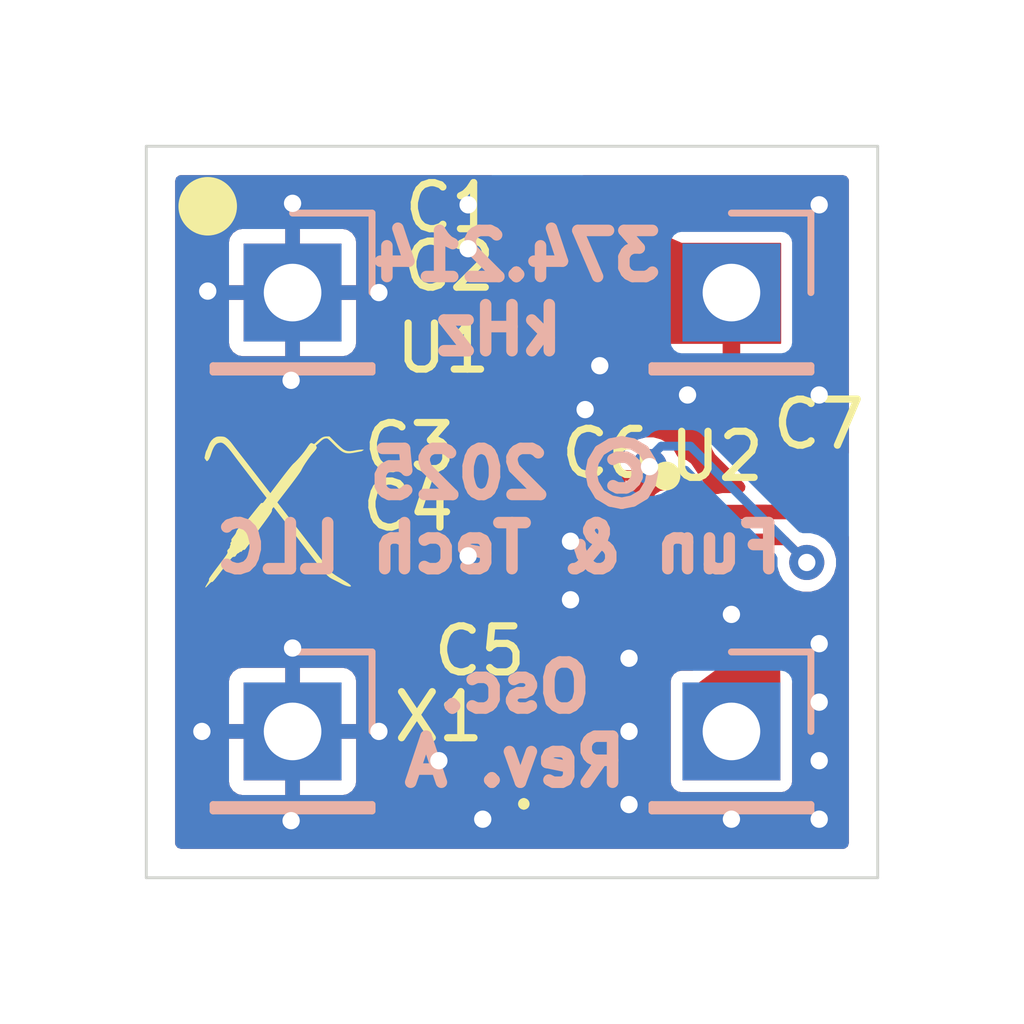
<source format=kicad_pcb>
(kicad_pcb (version 20241229) (generator "pcbnew") (generator_version "9.0")
  (layers (0 "F.Cu" signal) (2 "B.Cu" signal) (13 "F.Paste" user) (15 "B.Paste" user) (5 "F.SilkS" user "F.Silkscreen") (7 "B.SilkS" user "B.Silkscreen") (1 "F.Mask" user) (3 "B.Mask" user) (25 "Edge.Cuts" user))
  (net 0 "")
  (net 1 "GND")
  (net 2 "3V3")
  (net 3 "/CLK5V")
  (net 4 "5V")
  (net 6 "/CLK3V3")
  (footprint "Capacitor_SMD:C_0201_0603Metric" (layer "F.Cu") (at 133.03 84.836 180)
    (property "Reference" "C4" (at 1.4834 -0.1524 0) (layer "F.SilkS") (effects (font (size 0.8001 0.8001) (thickness 0.125))))
    (property "Value" "1uF" (hide yes))
    (pad "1" smd roundrect (at -0.32 0 180) (size 0.46 0.4) (layers "F.Cu" "F.Mask") (net 2 "3V3"))
    (pad "2" smd roundrect (at 0.32 0 180) (size 0.46 0.4) (layers "F.Cu" "F.Mask") (net 1 "GND"))
  )
  (footprint "Capacitor_SMD:C_0201_0603Metric" (layer "F.Cu") (at 138.676 84.828 90)
    (property "Reference" "C7" (at 1.262 0 180) (layer "F.SilkS") (effects (font (size 0.8001 0.8001) (thickness 0.125))))
    (property "Value" "100nF" (hide yes))
    (pad "1" smd roundrect (at -0.32 0 90) (size 0.46 0.4) (layers "F.Cu" "F.Mask") (net 4 "5V"))
    (pad "2" smd roundrect (at 0.32 0 90) (size 0.46 0.4) (layers "F.Cu" "F.Mask") (net 1 "GND"))
  )
  (footprint "SamacSys_Parts:SON50P100X145X50-6N" (layer "F.Cu") (at 136.898 85.59)
    (property "Reference" "U2" (at 0.008 -1.4652 0) (layer "F.SilkS") (effects (font (size 0.8001 0.8001) (thickness 0.125))))
    (property "Value" "NXU0101GMX" (hide yes))
    (fp_circle (center -0.875 -1.125) (end -0.875 -1) (stroke (width 0.25)) (fill no) (layer "F.SilkS"))
    (pad "1" smd rect (at -0.5 -0.5 90) (size 0.25 0.75) (layers "F.Cu" "F.Mask" "F.Paste") (net 2 "3V3"))
    (pad "2" smd rect (at -0.5 0 90) (size 0.25 0.75) (layers "F.Cu" "F.Mask" "F.Paste") (net 1 "GND"))
    (pad "3" smd rect (at -0.5 0.5 90) (size 0.25 0.75) (layers "F.Cu" "F.Mask" "F.Paste") (net 6 "/CLK3V3"))
    (pad "4" smd rect (at 0.5 0.5 90) (size 0.25 0.75) (layers "F.Cu" "F.Mask" "F.Paste") (net 3 "/CLK5V"))
    (pad "5" smd rect (at 0.5 0 90) (size 0.25 0.75) (layers "F.Cu" "F.Mask" "F.Paste") (net 2 "3V3"))
    (pad "6" smd rect (at 0.5 -0.5 90) (size 0.25 0.75) (layers "F.Cu" "F.Mask" "F.Paste") (net 4 "5V"))
  )
  (footprint "Capacitor_SMD:C_0201_0603Metric" (layer "F.Cu") (at 132.842 86.614 180)
    (property "Reference" "C5" (at 0.0508 -0.889 180) (layer "F.SilkS") (effects (font (size 0.8001 0.8001) (thickness 0.125))))
    (property "Value" "10nF" (hide yes))
    (pad "1" smd roundrect (at -0.32 0 180) (size 0.46 0.4) (layers "F.Cu" "F.Mask") (net 2 "3V3"))
    (pad "2" smd roundrect (at 0.32 0 180) (size 0.46 0.4) (layers "F.Cu" "F.Mask") (net 1 "GND"))
  )
  (footprint "Capacitor_SMD:C_0201_0603Metric" (layer "F.Cu") (at 135.12 85.336 -90)
    (property "Reference" "C6" (at -1.262 0.119 0) (layer "F.SilkS") (effects (font (size 0.8001 0.8001) (thickness 0.125))))
    (property "Value" "100nF" (hide yes))
    (pad "1" smd roundrect (at -0.32 0 270) (size 0.46 0.4) (layers "F.Cu" "F.Mask") (net 2 "3V3"))
    (pad "2" smd roundrect (at 0.32 0 270) (size 0.46 0.4) (layers "F.Cu" "F.Mask") (net 1 "GND"))
  )
  (footprint "TLV773:X2SON_DQN4_TEX" (layer "F.Cu") (at 133.604 82.296 90)
    (property "Reference" "U1" (at 0.0508 -1.4478 0) (layer "F.SilkS") (effects (font (size 0.8001 0.8001) (thickness 0.125))))
    (property "Value" "TLV77333PDQNR" (hide yes))
    (pad "1" smd custom (at -0.5 -0.325001 90) (size 0.0508 0.0508) (layers "F.Cu" "F.Mask" "F.Paste") (net 2 "3V3") (thermal_bridge_width 2.54) (options (clearance outline) (anchor rect)) (primitives (gr_poly (pts (xy 0.374801 -0.1524) (xy -0.234799 -0.1524) (xy -0.234799 0.1524) (xy 0.070001 0.1524) (xy 0.374801 -0.127)) (width 0) (fill yes))))
    (pad "2" smd custom (at -0.429999 0.325001 90) (size 0.0508 0.0508) (layers "F.Cu" "F.Mask" "F.Paste") (net 1 "GND") (options (clearance outline) (anchor rect)) (primitives (gr_poly (pts (xy 0.3048 0.1524) (xy -0.3048 0.1524) (xy -0.3048 -0.1524) (xy 0 -0.1524) (xy 0.3048 0.127)) (width 0) (fill yes))))
    (pad "3" smd custom (at 0.429999 0.325001 90) (size 0.0508 0.0508) (layers "F.Cu" "F.Mask" "F.Paste") (net 4 "5V") (thermal_bridge_width 0.508) (thermal_gap 0.254) (options (clearance outline) (anchor rect)) (primitives (gr_poly (pts (xy -0.3048 0.1524) (xy 0.3048 0.1524) (xy 0.3048 -0.1524) (xy 0 -0.1524) (xy -0.3048 0.127)) (width 0) (fill yes))))
    (pad "4" smd custom (at 0.429999 -0.325001 90) (size 0.0508 0.0508) (layers "F.Cu" "F.Mask" "F.Paste") (net 4 "5V") (options (clearance outline) (anchor rect)) (primitives (gr_poly (pts (xy -0.3048 -0.1524) (xy 0.3048 -0.1524) (xy 0.3048 0.1524) (xy 0 0.1524) (xy -0.3048 -0.127)) (width 0) (fill yes))))
    (pad "5" smd rect (at 0 0 135) (size 0.4826 0.4826) (layers "F.Cu" "F.Mask") (net 1 "GND"))
  )
  (footprint "Capacitor_SMD:C_0201_0603Metric" (layer "F.Cu") (at 133.767 80.518 180)
    (property "Reference" "C2" (at 1.5092 -0.3048 0) (layer "F.SilkS") (effects (font (size 0.8001 0.8001) (thickness 0.125))))
    (property "Value" "1uF" (hide yes))
    (pad "1" smd roundrect (at -0.32 0 180) (size 0.46 0.4) (layers "F.Cu" "F.Mask") (net 4 "5V"))
    (pad "2" smd roundrect (at 0.32 0 180) (size 0.46 0.4) (layers "F.Cu" "F.Mask") (net 1 "GND"))
  )
  (footprint "Capacitor_SMD:C_0201_0603Metric" (layer "F.Cu") (at 133.767 79.756 180)
    (property "Reference" "C1" (at 1.4838 -0.0508 0) (layer "F.SilkS") (effects (font (size 0.8001 0.8001) (thickness 0.125))))
    (property "Value" "1uF" (hide yes))
    (pad "1" smd roundrect (at -0.32 0 180) (size 0.46 0.4) (layers "F.Cu" "F.Mask") (net 4 "5V"))
    (pad "2" smd roundrect (at 0.32 0 180) (size 0.46 0.4) (layers "F.Cu" "F.Mask") (net 1 "GND"))
  )
  (footprint "SamacSys_Parts:CSP_1508_4pins" (layer "F.Cu") (at 133.35 88.908 90)
    (property "Reference" "X1" (at 0.262 -1.27 180) (layer "F.SilkS") (effects (font (size 0.8001 0.8001) (thickness 0.125))))
    (property "Value" "SIT1579AC-J3-33E-0374.214000" (hide yes))
    (fp_line (start -1.2 0.205) (end -1.2 0.205) (stroke (width 0.1)) (layer "F.SilkS"))
    (fp_line (start -1.3 0.205) (end -1.3 0.205) (stroke (width 0.1)) (layer "F.SilkS"))
    (fp_arc (start -1.2 0.205) (mid -1.25 0.255) (end -1.3 0.205) (stroke (width 0.1)) (layer "F.SilkS"))
    (fp_arc (start -1.3 0.205) (mid -1.25 0.155) (end -1.2 0.205) (stroke (width 0.1)) (layer "F.SilkS"))
    (pad "1" smd circle (at -0.5 0.205 180) (size 0.25 0.25) (layers "F.Cu" "F.Mask" "F.Paste"))
    (pad "2" smd circle (at 0.5 0.205 180) (size 0.25 0.25) (layers "F.Cu" "F.Mask" "F.Paste") (net 6 "/CLK3V3"))
    (pad "3" smd circle (at 0.5 -0.205 180) (size 0.25 0.25) (layers "F.Cu" "F.Mask" "F.Paste") (net 2 "3V3"))
    (pad "4" smd circle (at -0.5 -0.205 180) (size 0.25 0.25) (layers "F.Cu" "F.Mask" "F.Paste") (net 1 "GND"))
  )
  (footprint "Capacitor_SMD:C_0201_0603Metric" (layer "F.Cu") (at 133.03 84.074 180)
    (property "Reference" "C3" (at 1.458 0.1016 0) (layer "F.SilkS") (effects (font (size 0.8001 0.8001) (thickness 0.125))))
    (property "Value" "1uF" (hide yes))
    (pad "1" smd roundrect (at -0.32 0 180) (size 0.46 0.4) (layers "F.Cu" "F.Mask") (net 2 "3V3"))
    (pad "2" smd roundrect (at 0.32 0 180) (size 0.46 0.4) (layers "F.Cu" "F.Mask") (net 1 "GND"))
  )
  (footprint "logo:logo_3mm" (layer "F.Cu") (at 129.286 85.09)
    (property "Reference" "G***" (hide yes))
    (property "Value" "LOGO" (hide yes))
    (fp_poly (pts (xy 0.997376 -1.210122) (xy 1.031013 -1.177398) (xy 1.064144 -1.146518) (xy 1.094552 -1.119451) (xy 1.120017 -1.098163) (xy 1.138322 -1.084622) (xy 1.140077 -1.083524) (xy 1.174442 -1.066912) (xy 1.211514 -1.058017) (xy 1.253898 -1.056646) (xy 1.304201 -1.062607) (xy 1.336699 -1.069055) (xy 1.371821 -1.075645) (xy 1.408154 -1.080601) (xy 1.439439 -1.083121) (xy 1.447828 -1.08328) (xy 1.4933 -1.083049) (xy 1.476794 -1.069301) (xy 1.459957 -1.058395) (xy 1.445539 -1.052971) (xy 1.433155 -1.050673) (xy 1.410399 -1.046335) (xy 1.380536 -1.040583) (xy 1.347442 -1.034163) (xy 1.294782 -1.024813) (xy 1.249747 -1.019514) (xy 1.210385 -1.019034) (xy 1.174745 -1.024136) (xy 1.140876 -1.035587) (xy 1.106826 -1.054152) (xy 1.070644 -1.080598) (xy 1.030378 -1.115689) (xy 0.984077 -1.160192) (xy 0.956858 -1.187417) (xy 0.924676 -1.219674) (xy 0.900431 -1.243261) (xy 0.882428 -1.259515) (xy 0.868972 -1.269773) (xy 0.858367 -1.275372) (xy 0.848918 -1.277652) (xy 0.842042 -1.277988) (xy 0.818715 -1.2762) (xy 0.797897 -1.26968) (xy 0.776225 -1.256691) (xy 0.750336 -1.235498) (xy 0.737984 -1.224277) (xy 0.715072 -1.203436) (xy 0.693421 -1.184349) (xy 0.677007 -1.170507) (xy 0.674439 -1.16847) (xy 0.661671 -1.157608) (xy 0.658837 -1.150178) (xy 0.664578 -1.14152) (xy 0.666094 -1.139828) (xy 0.672921 -1.129195) (xy 0.674019 -1.117) (xy 0.668548 -1.101603) (xy 0.655666 -1.081363) (xy 0.634534 -1.05464) (xy 0.605035 -1.020606) (xy 0.575435 -0.98505) (xy 0.542826 -0.942171) (xy 0.509196 -0.894932) (xy 0.476533 -0.846297) (xy 0.446824 -0.799229) (xy 0.422059 -0.756693) (xy 0.404224 -0.721651) (xy 0.403667 -0.720411) (xy 0.396085 -0.707407) (xy 0.380859 -0.684706) (xy 0.358901 -0.653556) (xy 0.331121 -0.615206) (xy 0.29843 -0.570902) (xy 0.26174 -0.521893) (xy 0.221962 -0.469426) (xy 0.188455 -0.425706) (xy -0.010563 -0.167273) (xy 0.44544 0.425128) (xy 0.507419 0.505583) (xy 0.567406 0.583333) (xy 0.624813 0.65762) (xy 0.67905 0.727689) (xy 0.72953 0.792782) (xy 0.775663 0.852143) (xy 0.816861 0.905015) (xy 0.852534 0.950641) (xy 0.882095 0.988264) (xy 0.904953 1.017128) (xy 0.920521 1.036477) (xy 0.928156 1.045497) (xy 0.943512 1.058931) (xy 0.968044 1.07733) (xy 0.998911 1.098693) (xy 1.033272 1.121018) (xy 1.050444 1.131654) (xy 1.107852 1.166746) (xy 1.154383 1.195577) (xy 1.191133 1.218935) (xy 1.219198 1.237607) (xy 1.239671 1.25238) (xy 1.253649 1.26404) (xy 1.262227 1.273373) (xy 1.266499 1.281168) (xy 1.267568 1.287637) (xy 1.261691 1.294084) (xy 1.245599 1.295119) (xy 1.221603 1.29134) (xy 1.192013 1.283342) (xy 1.159139 1.271724) (xy 1.125292 1.25708) (xy 1.100874 1.244591) (xy 1.074164 1.230215) (xy 1.04052 1.212594) (xy 1.005474 1.19461) (xy 0.989745 1.186679) (xy 0.968278 1.175996) (xy 0.949052 1.166316) (xy 0.931459 1.156961) (xy 0.914893 1.147255) (xy 0.898747 1.136522) (xy 0.882415 1.124085) (xy 0.86529 1.109269) (xy 0.846765 1.091398) (xy 0.826234 1.069793) (xy 0.803091 1.043781) (xy 0.776728 1.012684) (xy 0.74654 0.975825) (xy 0.711919 0.93253) (xy 0.672259 0.882121) (xy 0.626953 0.823922) (xy 0.575395 0.757256) (xy 0.516978 0.681449) (xy 0.451095 0.595822) (xy 0.398814 0.527864) (xy 0.338996 0.45014) (xy 0.281197 0.375069) (xy 0.226026 0.303443) (xy 0.174094 0.236052) (xy 0.126012 0.173688) (xy 0.082391 0.117142) (xy 0.04384 0.067205) (xy 0.010971 0.024669) (xy -0.015607 -0.009675) (xy -0.035282 -0.035036) (xy -0.047445 -0.050623) (xy -0.050761 -0.054804) (xy -0.075459 -0.085299) (xy -0.091627 -0.065223) (xy -0.10333 -0.044771) (xy -0.103847 -0.02671) (xy -0.103726 -0.019957) (xy -0.106442 -0.01076) (xy -0.112794 0.002137) (xy -0.123579 0.019986) (xy -0.139595 0.044041) (xy -0.16164 0.075554) (xy -0.190513 0.115781) (xy -0.223253 0.160821) (xy -0.255826 0.205262) (xy -0.287235 0.247721) (xy -0.316142 0.286421) (xy -0.341214 0.319586) (xy -0.361113 0.345441) (xy -0.374504 0.362211) (xy -0.376462 0.364524) (xy -0.393799 0.386375) (xy -0.402994 0.403682) (xy -0.406294 0.421122) (xy -0.40647 0.427034) (xy -0.41233 0.46534) (xy -0.42817 0.499481) (xy -0.45203 0.526293) (xy -0.477145 0.540957) (xy -0.49081 0.550684) (xy -0.509331 0.570402) (xy -0.530765 0.597987) (xy -0.535444 0.604567) (xy -0.554361 0.630841) (xy -0.567858 0.647291) (xy -0.577945 0.655831) (xy -0.586633 0.658373) (xy -0.591544 0.657907) (xy -0.6057 0.65896) (xy -0.617152 0.670384) (xy -0.61981 0.674648) (xy -0.631322 0.688695) (xy -0.643329 0.690772) (xy -0.644579 0.690415) (xy -0.659347 0.692274) (xy -0.667455 0.700365) (xy -0.681332 0.712391) (xy -0.69278 0.716656) (xy -0.707577 0.725169) (xy -0.722822 0.745431) (xy -0.724494 0.748387) (xy -0.735748 0.766548) (xy -0.746256 0.775324) (xy -0.760747 0.778095) (xy -0.766272 0.778258) (xy -0.772819 0.778584) (xy -0.779092 0.780041) (xy -0.78598 0.783634) (xy -0.794372 0.790368) (xy -0.805157 0.801249) (xy -0.819222 0.817281) (xy -0.837457 0.839469) (xy -0.86075 0.86882) (xy -0.88999 0.906338) (xy -0.926066 0.953028) (xy -0.961964 0.999634) (xy -1.005773 1.056367) (xy -1.041991 1.102848) (xy -1.071351 1.139942) (xy -1.094584 1.168519) (xy -1.112424 1.189446) (xy -1.125602 1.203592) (xy -1.134852 1.211823) (xy -1.140906 1.215007) (xy -1.143546 1.214746) (xy -1.151205 1.214293) (xy -1.162344 1.220534) (xy -1.178694 1.23478) (xy -1.201985 1.258342) (xy -1.2043 1.260775) (xy -1.227048 1.28465) (xy -1.242116 1.300016) (xy -1.251394 1.308439) (xy -1.256768 1.311482) (xy -1.260125 1.310711) (xy -1.262228 1.308797) (xy -1.260438 1.301657) (xy -1.252533 1.285418) (xy -1.239869 1.262692) (xy -1.227902 1.242698) (xy -1.21041 1.213381) (xy -1.199969 1.193319) (xy -1.195684 1.18037) (xy -1.196661 1.172396) (xy -1.197801 1.170708) (xy -1.198484 1.166305) (xy -1.19551 1.158011) (xy -1.188239 1.144894) (xy -1.17603 1.126024) (xy -1.158241 1.100468) (xy -1.134231 1.067295) (xy -1.103359 1.025575) (xy -1.064983 0.974375) (xy -1.038261 0.938943) (xy -0.996429 0.883543) (xy -0.96224 0.838102) (xy -0.934961 0.801496) (xy -0.913859 0.772604) (xy -0.8982 0.750301) (xy -0.88725 0.733467) (xy -0.880277 0.720976) (xy -0.876546 0.711708) (xy -0.875325 0.704539) (xy -0.875879 0.698346) (xy -0.877323 0.692562) (xy -0.880496 0.677398) (xy -0.87838 0.666132) (xy -0.869064 0.653822) (xy -0.858072 0.642751) (xy -0.841078 0.623367) (xy -0.834784 0.60806) (xy -0.835068 0.601712) (xy -0.833014 0.585108) (xy -0.82723 0.577068) (xy -0.82018 0.566574) (xy -0.823794 0.554262) (xy -0.827066 0.541925) (xy -0.820687 0.529561) (xy -0.816107 0.524391) (xy -0.806155 0.51081) (xy -0.806288 0.499164) (xy -0.808513 0.494348) (xy -0.810842 0.486481) (xy -0.808625 0.476881) (xy -0.800576 0.463152) (xy -0.785412 0.442898) (xy -0.77184 0.425973) (xy -0.745946 0.391764) (xy -0.729838 0.364677) (xy -0.722657 0.343806) (xy -0.712721 0.319135) (xy -0.693828 0.293606) (xy -0.669948 0.27135) (xy -0.645052 0.256497) (xy -0.635936 0.253605) (xy -0.61512 0.243432) (xy -0.595495 0.224243) (xy -0.59541 0.224132) (xy -0.577537 0.201024) (xy -0.554362 0.17143) (xy -0.527082 0.136848) (xy -0.496898 0.098776) (xy -0.465008 0.058709) (xy -0.432611 0.018146) (xy -0.400906 -0.021416) (xy -0.371093 -0.05848) (xy -0.344371 -0.091549) (xy -0.321938 -0.119125) (xy -0.304994 -0.139711) (xy -0.294738 -0.151809) (xy -0.29228 -0.154381) (xy -0.279637 -0.156961) (xy -0.273384 -0.155893) (xy -0.263903 -0.158294) (xy -0.250318 -0.170994) (xy -0.231591 -0.194986) (xy -0.229395 -0.198046) (xy -0.19679 -0.243737) (xy -0.216217 -0.269462) (xy -0.224183 -0.279901) (xy -0.239744 -0.300192) (xy -0.262015 -0.329184) (xy -0.290111 -0.365726) (xy -0.323147 -0.408668) (xy -0.360238 -0.45686) (xy -0.400499 -0.509151) (xy -0.443044 -0.564389) (xy -0.455037 -0.579956) (xy -0.501198 -0.63996) (xy -0.547845 -0.700755) (xy -0.593686 -0.760647) (xy -0.637431 -0.817945) (xy -0.677788 -0.870954) (xy -0.713466 -0.917982) (xy -0.743175 -0.957336) (xy -0.764844 -0.986273) (xy -0.812163 -1.048406) (xy -0.853343 -1.099121) (xy -0.889101 -1.139085) (xy -0.920154 -1.168959) (xy -0.947221 -1.189409) (xy -0.971018 -1.201099) (xy -0.992264 -1.204692) (xy -1.000165 -1.204018) (xy -1.027598 -1.199056) (xy -1.04619 -1.193565) (xy -1.060906 -1.18549) (xy -1.076712 -1.172778) (xy -1.07764 -1.171967) (xy -1.098625 -1.147533) (xy -1.11968 -1.111939) (xy -1.139443 -1.067843) (xy -1.156555 -1.017901) (xy -1.156664 -1.017528) (xy -1.172936 -0.968857) (xy -1.19002 -0.929943) (xy -1.207285 -0.901871) (xy -1.224096 -0.885723) (xy -1.23576 -0.882089) (xy -1.241506 -0.887355) (xy -1.251719 -0.90071) (xy -1.25754 -0.909212) (xy -1.275489 -0.936336) (xy -1.263521 -0.996599) (xy -1.257037 -1.024933) (xy -1.250044 -1.048626) (xy -1.243725 -1.063877) (xy -1.24173 -1.066686) (xy -1.23489 -1.077751) (xy -1.225755 -1.098062) (xy -1.216106 -1.123587) (xy -1.214457 -1.128409) (xy -1.18858 -1.190246) (xy -1.156702 -1.239819) (xy -1.118934 -1.276994) (xy -1.075391 -1.301638) (xy -1.0635 -1.305863) (xy -1.03927 -1.310321) (xy -1.006416 -1.311927) (xy -0.98221 -1.31125) (xy -0.951667 -1.308664) (xy -0.929982 -1.304212) (xy -0.912129 -1.296492) (xy -0.898413 -1.287837) (xy -0.874474 -1.270077) (xy -0.852391 -1.250421) (xy -0.829828 -1.226389) (xy -0.80445 -1.1955) (xy -0.774933 -1.156633) (xy -0.753216 -1.127768) (xy -0.725619 -1.091697) (xy -0.694945 -1.052053) (xy -0.664 -1.012469) (xy -0.647254 -0.991248) (xy -0.627087 -0.965635) (xy -0.599674 -0.93057) (xy -0.566229 -0.887622) (xy -0.527968 -0.838355) (xy -0.486105 -0.784336) (xy -0.441856 -0.727132) (xy -0.396435 -0.668309) (xy -0.351081 -0.609462) (xy -0.308975 -0.554848) (xy -0.269484 -0.503768) (xy -0.233405 -0.457242) (xy -0.201535 -0.416292) (xy -0.174671 -0.381938) (xy -0.15361 -0.3552) (xy -0.139147 -0.3371) (xy -0.13208 -0.328657) (xy -0.131506 -0.328166) (xy -0.1271 -0.33389) (xy -0.115169 -0.349549) (xy -0.096577 -0.374003) (xy -0.072187 -0.406116) (xy -0.042865 -0.444749) (xy -0.009474 -0.488765) (xy 0.027123 -0.537026) (xy 0.051658 -0.569391) (xy 0.092717 -0.623186) (xy 0.131815 -0.673697) (xy 0.167959 -0.719688) (xy 0.200156 -0.759923) (xy 0.227414 -0.793164) (xy 0.248738 -0.818177) (xy 0.263135 -0.833724) (xy 0.266468 -0.836796) (xy 0.298585 -0.866233) (xy 0.335764 -0.904357) (xy 0.375465 -0.948228) (xy 0.415154 -0.994903) (xy 0.45229 -1.041442) (xy 0.484339 -1.084902) (xy 0.498289 -1.105523) (xy 0.523014 -1.142765) (xy 0.542257 -1.169298) (xy 0.557543 -1.186404) (xy 0.570398 -1.195367) (xy 0.58235 -1.19747) (xy 0.594924 -1.193998) (xy 0.600385 -1.191379) (xy 0.616244 -1.184056) (xy 0.626731 -1.180763) (xy 0.627075 -1.180749) (xy 0.634358 -1.185215) (xy 0.649382 -1.197317) (xy 0.669828 -1.215113) (xy 0.689385 -1.232937) (xy 0.726126 -1.265207) (xy 0.757424 -1.28785) (xy 0.786212 -1.302318) (xy 0.815423 -1.310067) (xy 0.84799 -1.31255) (xy 0.849984 -1.312563) (xy 0.894281 -1.312715)) (fill yes) (layer "F.SilkS"))
  )
  (footprint "Connector_PinHeader_2.54mm:PinHeader_1x01_P2.54mm_Vertical" (layer "B.Cu") (at 137.16 88.9 180)
    (property "Reference" "P5" (hide yes))
    (property "Value" "Conn_01x01_Pin" (hide yes))
    (fp_line (start 1.38 -1.27) (end 1.38 -1.38) (stroke (width 0.12)) (layer "B.SilkS"))
    (fp_line (start -1.38 1.38) (end 0 1.38) (stroke (width 0.12)) (layer "B.SilkS"))
    (fp_line (start -1.38 0) (end -1.38 1.38) (stroke (width 0.12)) (layer "B.SilkS"))
    (fp_line (start -1.38 -1.27) (end 1.38 -1.27) (stroke (width 0.12)) (layer "B.SilkS"))
    (fp_line (start -1.38 -1.27) (end -1.38 -1.38) (stroke (width 0.12)) (layer "B.SilkS"))
    (fp_line (start -1.38 -1.38) (end 1.38 -1.38) (stroke (width 0.12)) (layer "B.SilkS"))
    (pad "1" thru_hole rect (at 0 0 180) (size 1.7 1.7) (drill 1) (layers "*.Cu" "*.Mask") (net 3 "/CLK5V"))
  )
  (footprint "Connector_PinHeader_2.54mm:PinHeader_1x01_P2.54mm_Vertical" (layer "B.Cu") (at 137.16 81.28 180)
    (property "Reference" "P8" (hide yes))
    (property "Value" "Conn_01x01_Pin" (hide yes))
    (fp_line (start 1.38 -1.27) (end 1.38 -1.38) (stroke (width 0.12)) (layer "B.SilkS"))
    (fp_line (start -1.38 1.38) (end 0 1.38) (stroke (width 0.12)) (layer "B.SilkS"))
    (fp_line (start -1.38 0) (end -1.38 1.38) (stroke (width 0.12)) (layer "B.SilkS"))
    (fp_line (start -1.38 -1.27) (end 1.38 -1.27) (stroke (width 0.12)) (layer "B.SilkS"))
    (fp_line (start -1.38 -1.27) (end -1.38 -1.38) (stroke (width 0.12)) (layer "B.SilkS"))
    (fp_line (start -1.38 -1.38) (end 1.38 -1.38) (stroke (width 0.12)) (layer "B.SilkS"))
    (pad "1" thru_hole rect (at 0 0 180) (size 1.7 1.7) (drill 1) (layers "*.Cu" "*.Mask") (net 4 "5V"))
  )
  (footprint "Connector_PinHeader_2.54mm:PinHeader_1x01_P2.54mm_Vertical" (layer "B.Cu") (at 129.54 88.9 180)
    (property "Reference" "P4" (hide yes))
    (property "Value" "Conn_01x01_Pin" (hide yes))
    (fp_line (start 1.38 -1.27) (end 1.38 -1.38) (stroke (width 0.12)) (layer "B.SilkS"))
    (fp_line (start -1.38 1.38) (end 0 1.38) (stroke (width 0.12)) (layer "B.SilkS"))
    (fp_line (start -1.38 0) (end -1.38 1.38) (stroke (width 0.12)) (layer "B.SilkS"))
    (fp_line (start -1.38 -1.27) (end 1.38 -1.27) (stroke (width 0.12)) (layer "B.SilkS"))
    (fp_line (start -1.38 -1.27) (end -1.38 -1.38) (stroke (width 0.12)) (layer "B.SilkS"))
    (fp_line (start -1.38 -1.38) (end 1.38 -1.38) (stroke (width 0.12)) (layer "B.SilkS"))
    (pad "1" thru_hole rect (at 0 0 180) (size 1.7 1.7) (drill 1) (layers "*.Cu" "*.Mask") (net 1 "GND"))
  )
  (footprint "Connector_PinHeader_2.54mm:PinHeader_1x01_P2.54mm_Vertical" (layer "B.Cu") (at 129.54 81.28 180)
    (property "Reference" "P1" (hide yes))
    (property "Value" "Conn_01x01_Pin" (hide yes))
    (fp_line (start 1.38 -1.27) (end 1.38 -1.38) (stroke (width 0.12)) (layer "B.SilkS"))
    (fp_line (start -1.38 1.38) (end 0 1.38) (stroke (width 0.12)) (layer "B.SilkS"))
    (fp_line (start -1.38 0) (end -1.38 1.38) (stroke (width 0.12)) (layer "B.SilkS"))
    (fp_line (start -1.38 -1.27) (end 1.38 -1.27) (stroke (width 0.12)) (layer "B.SilkS"))
    (fp_line (start -1.38 -1.27) (end -1.38 -1.38) (stroke (width 0.12)) (layer "B.SilkS"))
    (fp_line (start -1.38 -1.38) (end 1.38 -1.38) (stroke (width 0.12)) (layer "B.SilkS"))
    (pad "1" thru_hole rect (at 0 0 180) (size 1.7 1.7) (drill 1) (layers "*.Cu" "*.Mask") (net 1 "GND"))
  )
  (gr_circle (center 128.0668 79.7814) (end 128.5748 79.7814) (fill yes) (layer "F.SilkS"))
  (gr_line (start 139.7 91.44) (end 127 91.44) (stroke (width 0.05)) (layer "Edge.Cuts"))
  (gr_line (start 139.7 78.74) (end 139.7 91.44) (stroke (width 0.05)) (layer "Edge.Cuts"))
  (gr_line (start 127 78.74) (end 139.7 78.74) (stroke (width 0.05)) (layer "Edge.Cuts"))
  (gr_line (start 127 91.44) (end 127 78.74) (stroke (width 0.05)) (layer "Edge.Cuts"))
  (gr_text "Osc.\nRev. A\n" (at 133.4008 89.8906 0) (layer "B.SilkS") (effects (font (size 0.8001 0.8001) (thickness 0.200025) (bold yes)) (justify bottom mirror)))
  (gr_text "374.214 \nkHz" (at 133.1214 82.3976 0) (layer "B.SilkS") (effects (font (size 0.8001 0.8001) (thickness 0.200025) (bold yes)) (justify bottom mirror)))
  (gr_text "© 2025 \nFun & Tech LLC" (at 133.1214 86.1822 0) (layer "B.SilkS") (effects (font (size 0.8001 0.8001) (thickness 0.200025) (bold yes)) (justify bottom mirror)))
  (segment (start 133.929001 82.725999) (end 133.929001 83.383001) (width 0.3048) (layer "F.Cu") (net 1))
  (segment (start 133.929001 83.383001) (end 134.112 83.566) (width 0.3048) (layer "F.Cu") (net 1))
  (segment (start 133.929001 82.725999) (end 134.698001 82.725999) (width 0.3048) (layer "F.Cu") (net 1))
  (segment (start 133.604 82.400998) (end 133.929001 82.725999) (width 0.3048) (layer "F.Cu") (net 1))
  (segment (start 133.604 82.296) (end 133.604 82.400998) (width 0.1524) (layer "F.Cu") (net 1))
  (segment (start 134.698001 82.725999) (end 134.874 82.55) (width 0.3048) (layer "F.Cu") (net 1))
  (via (at 137.16 90.424) (size 0.6096) (drill 0.3) (layers "F.Cu" "B.Cu") (net 1))
  (via (at 135.382 90.17) (size 0.6096) (drill 0.3) (layers "F.Cu" "B.Cu") (net 1))
  (via (at 138.684 79.756) (size 0.6096) (drill 0.3) (layers "F.Cu" "B.Cu") (net 1))
  (via (at 137.16 86.868) (size 0.6096) (drill 0.3) (layers "F.Cu" "B.Cu") (net 1))
  (via (at 131.0386 81.28) (size 0.6096) (drill 0.3) (layers "F.Cu" "B.Cu") (net 1))
  (via (at 131.0386 88.9) (size 0.6096) (drill 0.3) (layers "F.Cu" "B.Cu") (net 1))
  (via (at 129.5146 90.4494) (size 0.6096) (drill 0.3) (layers "F.Cu" "B.Cu") (net 1))
  (via (at 132.08 89.408) (size 0.6096) (drill 0.3) (layers "F.Cu" "B.Cu") (net 1))
  (via (at 138.684 87.376) (size 0.6096) (drill 0.3) (layers "F.Cu" "B.Cu") (net 1))
  (via (at 132.588 80.518) (size 0.6096) (drill 0.3) (layers "F.Cu" "B.Cu") (net 1))
  (via (at 132.588 85.852) (size 0.6096) (drill 0.3) (layers "F.Cu" "B.Cu") (net 1))
  (via (at 129.54 87.4522) (size 0.6096) (drill 0.3) (layers "F.Cu" "B.Cu") (net 1))
  (via (at 132.842 90.424) (size 0.6096) (drill 0.3) (layers "F.Cu" "B.Cu") (net 1))
  (via (at 136.398 83.058) (size 0.6096) (drill 0.3) (layers "F.Cu" "B.Cu") (net 1))
  (via (at 138.684 89.408) (size 0.6096) (drill 0.3) (layers "F.Cu" "B.Cu") (net 1))
  (via (at 134.366 86.614) (size 0.6096) (drill 0.3) (layers "F.Cu" "B.Cu") (net 1))
  (via (at 132.588 79.756) (size 0.6096) (drill 0.3) (layers "F.Cu" "B.Cu") (net 1))
  (via (at 135.382 87.63) (size 0.6096) (drill 0.3) (layers "F.Cu" "B.Cu") (net 1))
  (via (at 138.684 90.424) (size 0.6096) (drill 0.3) (layers "F.Cu" "B.Cu") (net 1))
  (via (at 138.684 88.392) (size 0.6096) (drill 0.3) (layers "F.Cu" "B.Cu") (net 1))
  (via (at 128.0668 81.2546) (size 0.6096) (drill 0.3) (layers "F.Cu" "B.Cu") (net 1))
  (via (at 138.684 83.058) (size 0.6096) (drill 0.3) (layers "F.Cu" "B.Cu") (net 1))
  (via (at 134.874 82.55) (size 0.6096) (drill 0.3) (layers "F.Cu" "B.Cu") (net 1))
  (via (at 135.382 88.9) (size 0.6096) (drill 0.3) (layers "F.Cu" "B.Cu") (net 1))
  (via (at 129.54 79.7306) (size 0.6096) (drill 0.3) (layers "F.Cu" "B.Cu") (net 1))
  (via (at 127.9652 88.9) (size 0.6096) (drill 0.3) (layers "F.Cu" "B.Cu") (net 1))
  (via (at 134.366 85.598) (size 0.6096) (drill 0.3) (layers "F.Cu" "B.Cu") (net 1))
  (via (at 129.5146 82.804) (size 0.6096) (drill 0.3) (layers "F.Cu" "B.Cu") (net 1))
  (via (at 134.62 83.312) (size 0.6096) (drill 0.3) (layers "F.Cu" "B.Cu") (net 1))
  (segment (start 135.7376 84.3026) (end 135.7376 84.582) (width 0.1524) (layer "F.Cu") (net 2))
  (segment (start 135.7376 84.3026) (end 135.7376 84.3984) (width 0.1524) (layer "F.Cu") (net 2))
  (segment (start 138.0918 85.59) (end 137.398 85.59) (width 0.1524) (layer "F.Cu") (net 2))
  (segment (start 138.4681 85.9663) (end 138.0918 85.59) (width 0.1524) (layer "F.Cu") (net 2))
  (segment (start 133.145 88.408) (end 133.145 86.631) (width 0.1524) (layer "F.Cu") (net 2))
  (segment (start 135.7376 84.3984) (end 135.12 85.016) (width 0.2032) (layer "F.Cu") (net 2))
  (segment (start 133.145 86.631) (end 133.162 86.614) (width 0.1524) (layer "F.Cu") (net 2))
  (via (at 135.7376 84.3026) (size 0.6096) (drill 0.3) (layers "F.Cu" "B.Cu") (net 2))
  (via (at 138.4681 85.9663) (size 0.6096) (drill 0.3) (layers "F.Cu" "B.Cu") (net 2))
  (segment (start 135.7376 84.1502) (end 135.7376 84.3026) (width 0.1524) (layer "B.Cu") (net 2))
  (segment (start 136.4488 83.947) (end 135.9408 83.947) (width 0.1524) (layer "B.Cu") (net 2))
  (segment (start 138.4681 85.9663) (end 136.4488 83.947) (width 0.1524) (layer "B.Cu") (net 2))
  (segment (start 135.9408 83.947) (end 135.7376 84.1502) (width 0.1524) (layer "B.Cu") (net 2))
  (segment (start 137.8712 88.1888) (end 137.398 88.662) (width 0.254) (layer "F.Cu") (net 3))
  (segment (start 137.779 86.09) (end 137.8712 86.1822) (width 0.254) (layer "F.Cu") (net 3))
  (segment (start 137.398 88.662) (end 137.16 88.9) (width 0.1524) (layer "F.Cu") (net 3))
  (segment (start 137.8712 86.1822) (end 137.8712 88.1888) (width 0.254) (layer "F.Cu") (net 3))
  (segment (start 137.398 86.09) (end 137.779 86.09) (width 0.254) (layer "F.Cu") (net 3))
  (segment (start 133.278999 81.866001) (end 133.47065 81.67435) (width 0.254) (layer "F.Cu") (net 4))
  (segment (start 133.278999 81.866001) (end 133.278999 81.554201) (width 0.254) (layer "F.Cu") (net 4))
  (segment (start 137.398 85.09) (end 138.379498 85.09) (width 0.254) (layer "F.Cu") (net 4))
  (segment (start 137.16 81.28) (end 137.16 83.870502) (width 0.3048) (layer "F.Cu") (net 4))
  (segment (start 138.379498 85.09) (end 138.437498 85.148) (width 0.3048) (layer "F.Cu") (net 4))
  (segment (start 134.087 80.7462) (end 134.087 80.518) (width 0.254) (layer "F.Cu") (net 4))
  (segment (start 137.16 83.870502) (end 138.437498 85.148) (width 0.3048) (layer "F.Cu") (net 4))
  (segment (start 133.47065 81.67435) (end 133.73735 81.67435) (width 0.254) (layer "F.Cu") (net 4))
  (segment (start 133.73735 81.67435) (end 133.929001 81.866001) (width 0.254) (layer "F.Cu") (net 4))
  (segment (start 138.437498 85.148) (end 138.676 85.148) (width 0.3048) (layer "F.Cu") (net 4))
  (segment (start 133.278999 81.554201) (end 134.087 80.7462) (width 0.254) (layer "F.Cu") (net 4))
  (segment (start 133.555 88.408) (end 135.873 86.09) (width 0.2032) (layer "F.Cu") (net 6))
  (segment (start 135.873 86.09) (end 136.398 86.09) (width 0.2032) (layer "F.Cu") (net 6))
  (zone (net 2) (net_name "3V3") (layer "F.Cu") (priority 2) (connect_pads (clearance 0)) (min_thickness 0.025) (fill yes (thermal_gap 0.254) (thermal_bridge_width 5.08) (island_removal_mode 1) (island_area_min 9.999999))
    (polygon (pts (xy 132.9436 86.8426) (xy 133.477 86.8426) (xy 135.067675 85.251925) (xy 135.382 85.217) (xy 136.779 85.217) (xy 136.5504 84.7598) (xy 136.2964 84.3788) (xy 134.747 84.3534) (xy 133.4262 83.0326) (xy 133.4262 82.7024) (xy 133.1214 82.3976) (xy 133.1468 85.2932) (xy 132.9436 86.3854)))
  )
  (zone (net 4) (net_name "5V") (layer "F.Cu") (priority 1) (connect_pads (clearance 0)) (min_thickness 0.025) (fill yes (thermal_gap 0.254) (thermal_bridge_width 5.08) (island_removal_mode 1) (island_area_min 9.999999))
    (polygon (pts (xy 133.679546 81.760123) (xy 134.056001 82.170801) (xy 138.0236 82.170801) (xy 138.0236 80.4164) (xy 136.2964 80.4164) (xy 134.3152 79.5528) (xy 133.858 79.5528) (xy 133.8834 80.899) (xy 133.1722 81.515373) (xy 133.1976 81.915) (xy 133.2992 81.8896) (xy 133.516733 81.708323)))
  )
  (zone (net 1) (net_name "GND") (layers "F.Cu" "B.Cu") (connect_pads (clearance 0.2032)) (min_thickness 0.2032) (fill yes (thermal_gap 0.254) (thermal_bridge_width 0.254))
    (polygon (pts (xy 124.46 76.2) (xy 142.24 76.2) (xy 142.24 93.98) (xy 124.46 93.98)))
  )
)
</source>
